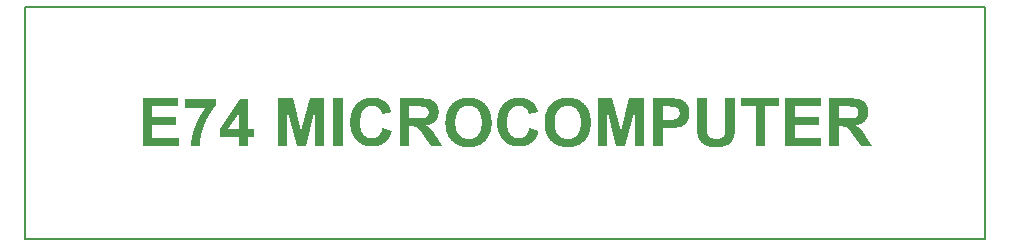
<source format=gbr>
%TF.GenerationSoftware,KiCad,Pcbnew,7.0.1*%
%TF.CreationDate,2023-09-10T19:43:46+01:00*%
%TF.ProjectId,Bridge,42726964-6765-42e6-9b69-6361645f7063,rev?*%
%TF.SameCoordinates,Original*%
%TF.FileFunction,Legend,Top*%
%TF.FilePolarity,Positive*%
%FSLAX46Y46*%
G04 Gerber Fmt 4.6, Leading zero omitted, Abs format (unit mm)*
G04 Created by KiCad (PCBNEW 7.0.1) date 2023-09-10 19:43:46*
%MOMM*%
%LPD*%
G01*
G04 APERTURE LIST*
%ADD10C,0.150000*%
%ADD11C,0.800000*%
%ADD12R,1.700000X1.700000*%
%ADD13O,1.700000X1.700000*%
G04 APERTURE END LIST*
D10*
X63500000Y-41910000D02*
X144780000Y-41910000D01*
X144780000Y-61595000D01*
X63500000Y-61595000D01*
X63500000Y-41910000D01*
D11*
G36*
X73454306Y-53730000D02*
G01*
X73454306Y-49665799D01*
X76440907Y-49665799D01*
X76440907Y-50353586D01*
X74268123Y-50353586D01*
X74268123Y-51228953D01*
X76290453Y-51228953D01*
X76290453Y-51916741D01*
X74268123Y-51916741D01*
X74268123Y-53042212D01*
X76518088Y-53042212D01*
X76518088Y-53730000D01*
X73454306Y-53730000D01*
G37*
G36*
X77016343Y-50478639D02*
G01*
X77016343Y-49728325D01*
X79657097Y-49728325D01*
X79657097Y-50291060D01*
X79616144Y-50332707D01*
X79575108Y-50376560D01*
X79533987Y-50422619D01*
X79492782Y-50470884D01*
X79451494Y-50521355D01*
X79410122Y-50574031D01*
X79368665Y-50628913D01*
X79327125Y-50686001D01*
X79285500Y-50745295D01*
X79243792Y-50806794D01*
X79202000Y-50870500D01*
X79160124Y-50936411D01*
X79139154Y-50970194D01*
X79118164Y-51004528D01*
X79097152Y-51039414D01*
X79076119Y-51074851D01*
X79055066Y-51110839D01*
X79033991Y-51147379D01*
X79012896Y-51184471D01*
X78991779Y-51222114D01*
X78970809Y-51260047D01*
X78950151Y-51298131D01*
X78929807Y-51336365D01*
X78909775Y-51374750D01*
X78890056Y-51413286D01*
X78870650Y-51451973D01*
X78851557Y-51490811D01*
X78832777Y-51529799D01*
X78814310Y-51568938D01*
X78796156Y-51608228D01*
X78778315Y-51647668D01*
X78760787Y-51687259D01*
X78743571Y-51727001D01*
X78726669Y-51766894D01*
X78710080Y-51806937D01*
X78693803Y-51847131D01*
X78677840Y-51887476D01*
X78662189Y-51927972D01*
X78646851Y-51968618D01*
X78631826Y-52009415D01*
X78617115Y-52050363D01*
X78602716Y-52091462D01*
X78588630Y-52132711D01*
X78574857Y-52174112D01*
X78561397Y-52215662D01*
X78548250Y-52257364D01*
X78535415Y-52299216D01*
X78522894Y-52341219D01*
X78510686Y-52383373D01*
X78498790Y-52425678D01*
X78487208Y-52468133D01*
X78475938Y-52510739D01*
X78465062Y-52553218D01*
X78454537Y-52595415D01*
X78444362Y-52637330D01*
X78434539Y-52678961D01*
X78425067Y-52720311D01*
X78415946Y-52761378D01*
X78407176Y-52802163D01*
X78398758Y-52842665D01*
X78390690Y-52882885D01*
X78382974Y-52922823D01*
X78375608Y-52962478D01*
X78368594Y-53001851D01*
X78361930Y-53040941D01*
X78355618Y-53079749D01*
X78344047Y-53156517D01*
X78333881Y-53232156D01*
X78325118Y-53306666D01*
X78317761Y-53380045D01*
X78311807Y-53452295D01*
X78307258Y-53523416D01*
X78304114Y-53593407D01*
X78302373Y-53662268D01*
X78302038Y-53730000D01*
X77557585Y-53730000D01*
X77559105Y-53677822D01*
X77561222Y-53625582D01*
X77563937Y-53573279D01*
X77567248Y-53520912D01*
X77571157Y-53468483D01*
X77575663Y-53415991D01*
X77580766Y-53363436D01*
X77586467Y-53310818D01*
X77592765Y-53258137D01*
X77599660Y-53205393D01*
X77607152Y-53152586D01*
X77615242Y-53099716D01*
X77623929Y-53046783D01*
X77633213Y-52993787D01*
X77643094Y-52940728D01*
X77653573Y-52887606D01*
X77664649Y-52834421D01*
X77676322Y-52781173D01*
X77688592Y-52727863D01*
X77701460Y-52674489D01*
X77714924Y-52621052D01*
X77728987Y-52567552D01*
X77743646Y-52513990D01*
X77758903Y-52460364D01*
X77774756Y-52406676D01*
X77791207Y-52352924D01*
X77808256Y-52299109D01*
X77825901Y-52245232D01*
X77844144Y-52191292D01*
X77862984Y-52137288D01*
X77882422Y-52083222D01*
X77902456Y-52029092D01*
X77923003Y-51975051D01*
X77943978Y-51921370D01*
X77965379Y-51868049D01*
X77987209Y-51815090D01*
X78009465Y-51762491D01*
X78032149Y-51710252D01*
X78055261Y-51658375D01*
X78078800Y-51606857D01*
X78102766Y-51555701D01*
X78127160Y-51504905D01*
X78151981Y-51454470D01*
X78177229Y-51404395D01*
X78202905Y-51354682D01*
X78229009Y-51305328D01*
X78255540Y-51256336D01*
X78282498Y-51207704D01*
X78309884Y-51159432D01*
X78337697Y-51111522D01*
X78365938Y-51063971D01*
X78394606Y-51016782D01*
X78423701Y-50969953D01*
X78453224Y-50923485D01*
X78483174Y-50877378D01*
X78513552Y-50831631D01*
X78544357Y-50786244D01*
X78575590Y-50741219D01*
X78607250Y-50696554D01*
X78639337Y-50652250D01*
X78671852Y-50608306D01*
X78704794Y-50564723D01*
X78738164Y-50521500D01*
X78771961Y-50478639D01*
X77016343Y-50478639D01*
G37*
G36*
X82391640Y-52229371D02*
G01*
X82891849Y-52229371D01*
X82891849Y-52917159D01*
X82391640Y-52917159D01*
X82391640Y-53730000D01*
X81644257Y-53730000D01*
X81644257Y-52917159D01*
X79996106Y-52917159D01*
X79996106Y-52232302D01*
X79998152Y-52229371D01*
X80719065Y-52229371D01*
X81644257Y-52229371D01*
X81644257Y-50904598D01*
X80719065Y-52229371D01*
X79998152Y-52229371D01*
X81743908Y-49728325D01*
X82391640Y-49728325D01*
X82391640Y-52229371D01*
G37*
G36*
X84960098Y-53730000D02*
G01*
X84960098Y-49665799D01*
X86177404Y-49665799D01*
X86908179Y-52438443D01*
X87631137Y-49665799D01*
X88850398Y-49665799D01*
X88850398Y-53730000D01*
X88095199Y-53730000D01*
X88095199Y-50530418D01*
X87295059Y-53730000D01*
X86512505Y-53730000D01*
X85715296Y-50530418D01*
X85715296Y-53730000D01*
X84960098Y-53730000D01*
G37*
G36*
X89608527Y-53730000D02*
G01*
X89608527Y-49665799D01*
X90421368Y-49665799D01*
X90421368Y-53730000D01*
X89608527Y-53730000D01*
G37*
G36*
X93765541Y-52166845D02*
G01*
X94553957Y-52416950D01*
X94542365Y-52458258D01*
X94530303Y-52498897D01*
X94517772Y-52538866D01*
X94504772Y-52578165D01*
X94491303Y-52616795D01*
X94477364Y-52654755D01*
X94462955Y-52692045D01*
X94448077Y-52728665D01*
X94432730Y-52764615D01*
X94400627Y-52834507D01*
X94366647Y-52901720D01*
X94330789Y-52966253D01*
X94293054Y-53028108D01*
X94253441Y-53087283D01*
X94211950Y-53143779D01*
X94168581Y-53197597D01*
X94123335Y-53248735D01*
X94076212Y-53297194D01*
X94027211Y-53342975D01*
X93976332Y-53386076D01*
X93950188Y-53406622D01*
X93896665Y-53445781D01*
X93841363Y-53482414D01*
X93784283Y-53516520D01*
X93725424Y-53548100D01*
X93664787Y-53577153D01*
X93602371Y-53603680D01*
X93538177Y-53627681D01*
X93472205Y-53649155D01*
X93404454Y-53668103D01*
X93334925Y-53684525D01*
X93263618Y-53698420D01*
X93190532Y-53709788D01*
X93115668Y-53718631D01*
X93039025Y-53724947D01*
X92960604Y-53728736D01*
X92920727Y-53729684D01*
X92880405Y-53730000D01*
X92830552Y-53729469D01*
X92781257Y-53727878D01*
X92732519Y-53725225D01*
X92684339Y-53721512D01*
X92636715Y-53716738D01*
X92589649Y-53710903D01*
X92543140Y-53704007D01*
X92497188Y-53696050D01*
X92451793Y-53687032D01*
X92406955Y-53676953D01*
X92362675Y-53665813D01*
X92318951Y-53653613D01*
X92275785Y-53640351D01*
X92233176Y-53626028D01*
X92191125Y-53610645D01*
X92149630Y-53594200D01*
X92108693Y-53576695D01*
X92068312Y-53558129D01*
X92028489Y-53538502D01*
X91989224Y-53517814D01*
X91950515Y-53496064D01*
X91912363Y-53473254D01*
X91874769Y-53449384D01*
X91837732Y-53424452D01*
X91801252Y-53398459D01*
X91765329Y-53371405D01*
X91729964Y-53343291D01*
X91695155Y-53314115D01*
X91660904Y-53283878D01*
X91627210Y-53252581D01*
X91594073Y-53220223D01*
X91561493Y-53186803D01*
X91529757Y-53152464D01*
X91499028Y-53117347D01*
X91469307Y-53081451D01*
X91440593Y-53044776D01*
X91412887Y-53007323D01*
X91386188Y-52969091D01*
X91360497Y-52930081D01*
X91335813Y-52890293D01*
X91312137Y-52849725D01*
X91289468Y-52808380D01*
X91267806Y-52766255D01*
X91247153Y-52723353D01*
X91227506Y-52679671D01*
X91208868Y-52635211D01*
X91191236Y-52589973D01*
X91174613Y-52543956D01*
X91158996Y-52497161D01*
X91144388Y-52449587D01*
X91130786Y-52401234D01*
X91118192Y-52352103D01*
X91106606Y-52302194D01*
X91096027Y-52251506D01*
X91086456Y-52200039D01*
X91077892Y-52147794D01*
X91070336Y-52094771D01*
X91063787Y-52040969D01*
X91058246Y-51986388D01*
X91053712Y-51931029D01*
X91050186Y-51874891D01*
X91047667Y-51817975D01*
X91046156Y-51760280D01*
X91045652Y-51701807D01*
X91046159Y-51639960D01*
X91047679Y-51578983D01*
X91050212Y-51518877D01*
X91053758Y-51459640D01*
X91058318Y-51401274D01*
X91063890Y-51343777D01*
X91070476Y-51287151D01*
X91078076Y-51231395D01*
X91086688Y-51176509D01*
X91096314Y-51122493D01*
X91106953Y-51069348D01*
X91118605Y-51017072D01*
X91131270Y-50965667D01*
X91144949Y-50915131D01*
X91159640Y-50865466D01*
X91175345Y-50816671D01*
X91192064Y-50768746D01*
X91209795Y-50721691D01*
X91228540Y-50675506D01*
X91248298Y-50630191D01*
X91269069Y-50585747D01*
X91290853Y-50542172D01*
X91313651Y-50499468D01*
X91337461Y-50457634D01*
X91362286Y-50416670D01*
X91388123Y-50376576D01*
X91414973Y-50337352D01*
X91442837Y-50298998D01*
X91471714Y-50261514D01*
X91501604Y-50224901D01*
X91532508Y-50189158D01*
X91564424Y-50154284D01*
X91597227Y-50120384D01*
X91630667Y-50087560D01*
X91664745Y-50055812D01*
X91699460Y-50025141D01*
X91734812Y-49995545D01*
X91770802Y-49967026D01*
X91807429Y-49939583D01*
X91844693Y-49913217D01*
X91882594Y-49887926D01*
X91921133Y-49863712D01*
X91960309Y-49840573D01*
X92000123Y-49818511D01*
X92040574Y-49797526D01*
X92081662Y-49777616D01*
X92123387Y-49758783D01*
X92165750Y-49741025D01*
X92208750Y-49724344D01*
X92252388Y-49708739D01*
X92296662Y-49694211D01*
X92341574Y-49680758D01*
X92387124Y-49668382D01*
X92433310Y-49657082D01*
X92480134Y-49646858D01*
X92527596Y-49637711D01*
X92575694Y-49629639D01*
X92624430Y-49622644D01*
X92673804Y-49616725D01*
X92723814Y-49611882D01*
X92774462Y-49608115D01*
X92825748Y-49605425D01*
X92877670Y-49603810D01*
X92930230Y-49603272D01*
X92976181Y-49603725D01*
X93021588Y-49605081D01*
X93066452Y-49607342D01*
X93110771Y-49610508D01*
X93154547Y-49614578D01*
X93197779Y-49619553D01*
X93240467Y-49625432D01*
X93282612Y-49632215D01*
X93324212Y-49639903D01*
X93365269Y-49648495D01*
X93405781Y-49657992D01*
X93445750Y-49668394D01*
X93485176Y-49679699D01*
X93524057Y-49691910D01*
X93562395Y-49705024D01*
X93600188Y-49719043D01*
X93637438Y-49733967D01*
X93674144Y-49749795D01*
X93710306Y-49766528D01*
X93745925Y-49784165D01*
X93781000Y-49802706D01*
X93815530Y-49822152D01*
X93849517Y-49842502D01*
X93882960Y-49863757D01*
X93915860Y-49885917D01*
X93948215Y-49908980D01*
X93980027Y-49932949D01*
X94011295Y-49957821D01*
X94042019Y-49983599D01*
X94072199Y-50010280D01*
X94101835Y-50037866D01*
X94130928Y-50066357D01*
X94164710Y-50101604D01*
X94197423Y-50138714D01*
X94229068Y-50177686D01*
X94259644Y-50218520D01*
X94289152Y-50261217D01*
X94317591Y-50305776D01*
X94344961Y-50352197D01*
X94371263Y-50400481D01*
X94396496Y-50450627D01*
X94420661Y-50502636D01*
X94443757Y-50556506D01*
X94465785Y-50612240D01*
X94486744Y-50669835D01*
X94506635Y-50729293D01*
X94525457Y-50790613D01*
X94543210Y-50853796D01*
X93738185Y-50978848D01*
X93728664Y-50939559D01*
X93717929Y-50901316D01*
X93699550Y-50845912D01*
X93678441Y-50792861D01*
X93654602Y-50742162D01*
X93628032Y-50693817D01*
X93598731Y-50647824D01*
X93566700Y-50604183D01*
X93531939Y-50562896D01*
X93494446Y-50523961D01*
X93454224Y-50487379D01*
X93440209Y-50475708D01*
X93396852Y-50442709D01*
X93351778Y-50412956D01*
X93304986Y-50386449D01*
X93256478Y-50363188D01*
X93206251Y-50343173D01*
X93154308Y-50326403D01*
X93100647Y-50312879D01*
X93045269Y-50302601D01*
X92988173Y-50295568D01*
X92949155Y-50292683D01*
X92909374Y-50291241D01*
X92889197Y-50291060D01*
X92833922Y-50292304D01*
X92779960Y-50296037D01*
X92727310Y-50302257D01*
X92675973Y-50310966D01*
X92625949Y-50322163D01*
X92577238Y-50335848D01*
X92529840Y-50352022D01*
X92483754Y-50370683D01*
X92438981Y-50391833D01*
X92395521Y-50415471D01*
X92353374Y-50441598D01*
X92312540Y-50470212D01*
X92273018Y-50501315D01*
X92234810Y-50534906D01*
X92197914Y-50570985D01*
X92162331Y-50609553D01*
X92128614Y-50650910D01*
X92097072Y-50695358D01*
X92067706Y-50742898D01*
X92040515Y-50793529D01*
X92015499Y-50847251D01*
X91992658Y-50904064D01*
X91971993Y-50963968D01*
X91953503Y-51026964D01*
X91937188Y-51093051D01*
X91923049Y-51162229D01*
X91911085Y-51234498D01*
X91901296Y-51309858D01*
X91893683Y-51388310D01*
X91890692Y-51428695D01*
X91888244Y-51469853D01*
X91886341Y-51511783D01*
X91884981Y-51554486D01*
X91884166Y-51597963D01*
X91883894Y-51642212D01*
X91884162Y-51689108D01*
X91884966Y-51735154D01*
X91886307Y-51780348D01*
X91888183Y-51824692D01*
X91890596Y-51868184D01*
X91893545Y-51910825D01*
X91897030Y-51952616D01*
X91901052Y-51993555D01*
X91905609Y-52033643D01*
X91910703Y-52072880D01*
X91922499Y-52148802D01*
X91936440Y-52221319D01*
X91952526Y-52290432D01*
X91970756Y-52356141D01*
X91991132Y-52418446D01*
X92013652Y-52477347D01*
X92038316Y-52532843D01*
X92065126Y-52584936D01*
X92094080Y-52633624D01*
X92125179Y-52678908D01*
X92158423Y-52720788D01*
X92193384Y-52759710D01*
X92229635Y-52796122D01*
X92267176Y-52830022D01*
X92306006Y-52861411D01*
X92346127Y-52890289D01*
X92387538Y-52916656D01*
X92430238Y-52940511D01*
X92474229Y-52961856D01*
X92519509Y-52980689D01*
X92566079Y-52997011D01*
X92613939Y-53010823D01*
X92663090Y-53022123D01*
X92713529Y-53030912D01*
X92765259Y-53037189D01*
X92818279Y-53040956D01*
X92872589Y-53042212D01*
X92912778Y-53041387D01*
X92952258Y-53038914D01*
X93010146Y-53032114D01*
X93066438Y-53021604D01*
X93121132Y-53007384D01*
X93174229Y-52989455D01*
X93225729Y-52967817D01*
X93275632Y-52942469D01*
X93323937Y-52913412D01*
X93370646Y-52880645D01*
X93415757Y-52844169D01*
X93430439Y-52831186D01*
X93459111Y-52803861D01*
X93486753Y-52774644D01*
X93513364Y-52743533D01*
X93538944Y-52710530D01*
X93563495Y-52675634D01*
X93587014Y-52638845D01*
X93609504Y-52600163D01*
X93630963Y-52559588D01*
X93651391Y-52517120D01*
X93670790Y-52472759D01*
X93689158Y-52426506D01*
X93706495Y-52378360D01*
X93722802Y-52328320D01*
X93738079Y-52276388D01*
X93752325Y-52222563D01*
X93765541Y-52166845D01*
G37*
G36*
X96983644Y-49665905D02*
G01*
X97022969Y-49666226D01*
X97099547Y-49667508D01*
X97173362Y-49669645D01*
X97244414Y-49672637D01*
X97312702Y-49676484D01*
X97378228Y-49681186D01*
X97440991Y-49686742D01*
X97500991Y-49693154D01*
X97558228Y-49700420D01*
X97612701Y-49708541D01*
X97664412Y-49717517D01*
X97713360Y-49727348D01*
X97759545Y-49738033D01*
X97802967Y-49749574D01*
X97843625Y-49761969D01*
X97881521Y-49775219D01*
X97935445Y-49797238D01*
X97987309Y-49822263D01*
X98037111Y-49850293D01*
X98084853Y-49881328D01*
X98130534Y-49915368D01*
X98174155Y-49952414D01*
X98215714Y-49992465D01*
X98255213Y-50035521D01*
X98280400Y-50065895D01*
X98304672Y-50097605D01*
X98328028Y-50130650D01*
X98350467Y-50165031D01*
X98371762Y-50200397D01*
X98391683Y-50236396D01*
X98410231Y-50273028D01*
X98427404Y-50310294D01*
X98443203Y-50348194D01*
X98457629Y-50386727D01*
X98470681Y-50425894D01*
X98482359Y-50465694D01*
X98492663Y-50506127D01*
X98501593Y-50547195D01*
X98509149Y-50588895D01*
X98515331Y-50631229D01*
X98520140Y-50674197D01*
X98523575Y-50717798D01*
X98525635Y-50762033D01*
X98526322Y-50806901D01*
X98525280Y-50863550D01*
X98522155Y-50918948D01*
X98516946Y-50973093D01*
X98509653Y-51025987D01*
X98500276Y-51077629D01*
X98488816Y-51128019D01*
X98475272Y-51177158D01*
X98459644Y-51225045D01*
X98441933Y-51271680D01*
X98422137Y-51317063D01*
X98400259Y-51361195D01*
X98376296Y-51404075D01*
X98350250Y-51445703D01*
X98322120Y-51486079D01*
X98291906Y-51525204D01*
X98259609Y-51563077D01*
X98225358Y-51599465D01*
X98189038Y-51634136D01*
X98150650Y-51667090D01*
X98110194Y-51698326D01*
X98067669Y-51727845D01*
X98023075Y-51755647D01*
X97976413Y-51781732D01*
X97927683Y-51806099D01*
X97876884Y-51828748D01*
X97824017Y-51849681D01*
X97769082Y-51868896D01*
X97712078Y-51886393D01*
X97653005Y-51902174D01*
X97591864Y-51916237D01*
X97528655Y-51928583D01*
X97463377Y-51939211D01*
X97512021Y-51968603D01*
X97559033Y-51998528D01*
X97604413Y-52028985D01*
X97648162Y-52059974D01*
X97690280Y-52091495D01*
X97730766Y-52123549D01*
X97769621Y-52156136D01*
X97806844Y-52189255D01*
X97842436Y-52222906D01*
X97876396Y-52257089D01*
X97898130Y-52280174D01*
X97931417Y-52317337D01*
X97966800Y-52359583D01*
X97991553Y-52390572D01*
X98017236Y-52423819D01*
X98043851Y-52459326D01*
X98071397Y-52497092D01*
X98099874Y-52537117D01*
X98129283Y-52579402D01*
X98159622Y-52623946D01*
X98190893Y-52670749D01*
X98223095Y-52719811D01*
X98256228Y-52771133D01*
X98290292Y-52824713D01*
X98325287Y-52880553D01*
X98361214Y-52938653D01*
X98853608Y-53730000D01*
X97880544Y-53730000D01*
X97292407Y-52836071D01*
X97253981Y-52779525D01*
X97217104Y-52725658D01*
X97181777Y-52674470D01*
X97147999Y-52625961D01*
X97115770Y-52580131D01*
X97085091Y-52536980D01*
X97055961Y-52496508D01*
X97028381Y-52458715D01*
X97002350Y-52423602D01*
X96977868Y-52391167D01*
X96944051Y-52347538D01*
X96913720Y-52309937D01*
X96886876Y-52278364D01*
X96863517Y-52252819D01*
X96834483Y-52223723D01*
X96805021Y-52197009D01*
X96767592Y-52166965D01*
X96729496Y-52140643D01*
X96690732Y-52118041D01*
X96651300Y-52099159D01*
X96619274Y-52086734D01*
X96575277Y-52073787D01*
X96534756Y-52065009D01*
X96489502Y-52057636D01*
X96439516Y-52051668D01*
X96398921Y-52048113D01*
X96355665Y-52045348D01*
X96309746Y-52043373D01*
X96261165Y-52042188D01*
X96209923Y-52041793D01*
X96044815Y-52041793D01*
X96044815Y-53730000D01*
X95231975Y-53730000D01*
X95231975Y-50353586D01*
X96044815Y-50353586D01*
X96044815Y-51354005D01*
X96646629Y-51354005D01*
X96718063Y-51353818D01*
X96786061Y-51353257D01*
X96850626Y-51352322D01*
X96911755Y-51351013D01*
X96969450Y-51349330D01*
X97023710Y-51347273D01*
X97074535Y-51344842D01*
X97121926Y-51342037D01*
X97165882Y-51338858D01*
X97206403Y-51335305D01*
X97260746Y-51329275D01*
X97307360Y-51322402D01*
X97346246Y-51314689D01*
X97377404Y-51306133D01*
X97421344Y-51289175D01*
X97462183Y-51268829D01*
X97499921Y-51245097D01*
X97534559Y-51217977D01*
X97566096Y-51187471D01*
X97594532Y-51153577D01*
X97605038Y-51139071D01*
X97628962Y-51100675D01*
X97648830Y-51059368D01*
X97664644Y-51015152D01*
X97676403Y-50968025D01*
X97682891Y-50928229D01*
X97686783Y-50886570D01*
X97688081Y-50843049D01*
X97686386Y-50794429D01*
X97681303Y-50748222D01*
X97672831Y-50704426D01*
X97660970Y-50663042D01*
X97645720Y-50624070D01*
X97627081Y-50587510D01*
X97605054Y-50553362D01*
X97579637Y-50521625D01*
X97551122Y-50492500D01*
X97519797Y-50466182D01*
X97485665Y-50442674D01*
X97448723Y-50421974D01*
X97408972Y-50404084D01*
X97366413Y-50389002D01*
X97321045Y-50376728D01*
X97272868Y-50367264D01*
X97232372Y-50363324D01*
X97186065Y-50360652D01*
X97143221Y-50358929D01*
X97093421Y-50357447D01*
X97036666Y-50356204D01*
X96994965Y-50355510D01*
X96950174Y-50354922D01*
X96902291Y-50354441D01*
X96851316Y-50354067D01*
X96797251Y-50353800D01*
X96740094Y-50353640D01*
X96679846Y-50353586D01*
X96044815Y-50353586D01*
X95231975Y-50353586D01*
X95231975Y-49665799D01*
X96943629Y-49665799D01*
X96983644Y-49665905D01*
G37*
G36*
X101108109Y-49603815D02*
G01*
X101162752Y-49605444D01*
X101216698Y-49608158D01*
X101269948Y-49611958D01*
X101322501Y-49616844D01*
X101374358Y-49622816D01*
X101425518Y-49629873D01*
X101475982Y-49638016D01*
X101525749Y-49647245D01*
X101574820Y-49657559D01*
X101623195Y-49668959D01*
X101670873Y-49681445D01*
X101717854Y-49695017D01*
X101764139Y-49709674D01*
X101809728Y-49725418D01*
X101854620Y-49742247D01*
X101898815Y-49760161D01*
X101942314Y-49779162D01*
X101985117Y-49799248D01*
X102027223Y-49820420D01*
X102068633Y-49842677D01*
X102109346Y-49866020D01*
X102149362Y-49890449D01*
X102188683Y-49915964D01*
X102227306Y-49942565D01*
X102265234Y-49970251D01*
X102302465Y-49999023D01*
X102338999Y-50028881D01*
X102374837Y-50059824D01*
X102409978Y-50091853D01*
X102444423Y-50124968D01*
X102478172Y-50159169D01*
X102511050Y-50194276D01*
X102542884Y-50230232D01*
X102573675Y-50267038D01*
X102603422Y-50304692D01*
X102632126Y-50343196D01*
X102659785Y-50382548D01*
X102686401Y-50422750D01*
X102711973Y-50463801D01*
X102736501Y-50505701D01*
X102759986Y-50548450D01*
X102782427Y-50592048D01*
X102803824Y-50636496D01*
X102824177Y-50681792D01*
X102843486Y-50727938D01*
X102861752Y-50774933D01*
X102878974Y-50822777D01*
X102895152Y-50871470D01*
X102910287Y-50921012D01*
X102924377Y-50971403D01*
X102937424Y-51022644D01*
X102949428Y-51074733D01*
X102960387Y-51127672D01*
X102970303Y-51181460D01*
X102979175Y-51236097D01*
X102987003Y-51291583D01*
X102993787Y-51347918D01*
X102999528Y-51405102D01*
X103004225Y-51463136D01*
X103007878Y-51522018D01*
X103010487Y-51581750D01*
X103012053Y-51642331D01*
X103012575Y-51703761D01*
X103012057Y-51764649D01*
X103010503Y-51824703D01*
X103007912Y-51883923D01*
X103004286Y-51942310D01*
X102999623Y-51999862D01*
X102993925Y-52056581D01*
X102987190Y-52112466D01*
X102979419Y-52167517D01*
X102970612Y-52221734D01*
X102960769Y-52275117D01*
X102949889Y-52327667D01*
X102937974Y-52379382D01*
X102925022Y-52430264D01*
X102911035Y-52480312D01*
X102896011Y-52529526D01*
X102879951Y-52577906D01*
X102862855Y-52625452D01*
X102844723Y-52672165D01*
X102825555Y-52718043D01*
X102805350Y-52763088D01*
X102784110Y-52807299D01*
X102761833Y-52850676D01*
X102738520Y-52893219D01*
X102714171Y-52934928D01*
X102688786Y-52975803D01*
X102662365Y-53015845D01*
X102634908Y-53055053D01*
X102606414Y-53093426D01*
X102576885Y-53130966D01*
X102546319Y-53167672D01*
X102514717Y-53203545D01*
X102482079Y-53238583D01*
X102448575Y-53272663D01*
X102414375Y-53305662D01*
X102379477Y-53337579D01*
X102343884Y-53368413D01*
X102307594Y-53398166D01*
X102270607Y-53426837D01*
X102232924Y-53454426D01*
X102194545Y-53480933D01*
X102155469Y-53506358D01*
X102115696Y-53530701D01*
X102075227Y-53553962D01*
X102034062Y-53576142D01*
X101992200Y-53597239D01*
X101949641Y-53617255D01*
X101906387Y-53636188D01*
X101862435Y-53654040D01*
X101817788Y-53670810D01*
X101772443Y-53686498D01*
X101726403Y-53701103D01*
X101679665Y-53714627D01*
X101632232Y-53727070D01*
X101584102Y-53738430D01*
X101535275Y-53748708D01*
X101485752Y-53757904D01*
X101435532Y-53766019D01*
X101384616Y-53773051D01*
X101333004Y-53779002D01*
X101280695Y-53783870D01*
X101227689Y-53787657D01*
X101173987Y-53790362D01*
X101119589Y-53791985D01*
X101064494Y-53792526D01*
X101008678Y-53791988D01*
X100953581Y-53790373D01*
X100899204Y-53787683D01*
X100845545Y-53783916D01*
X100792607Y-53779073D01*
X100740387Y-53773154D01*
X100688888Y-53766159D01*
X100638107Y-53758087D01*
X100588046Y-53748940D01*
X100538704Y-53738716D01*
X100490082Y-53727416D01*
X100442178Y-53715040D01*
X100394995Y-53701587D01*
X100348530Y-53687059D01*
X100302785Y-53671454D01*
X100257760Y-53654773D01*
X100213454Y-53637015D01*
X100169867Y-53618182D01*
X100126999Y-53598272D01*
X100084851Y-53577287D01*
X100043422Y-53555225D01*
X100002713Y-53532086D01*
X99962723Y-53507872D01*
X99923452Y-53482581D01*
X99884901Y-53456215D01*
X99847069Y-53428772D01*
X99809957Y-53400253D01*
X99773564Y-53370657D01*
X99737890Y-53339986D01*
X99702935Y-53308238D01*
X99668700Y-53275414D01*
X99635185Y-53241514D01*
X99602547Y-53206609D01*
X99570945Y-53170893D01*
X99540379Y-53134367D01*
X99510850Y-53097029D01*
X99482357Y-53058880D01*
X99454899Y-53019921D01*
X99428478Y-52980150D01*
X99403093Y-52939569D01*
X99378744Y-52898176D01*
X99355431Y-52855973D01*
X99333155Y-52812958D01*
X99311914Y-52769133D01*
X99291710Y-52724497D01*
X99272541Y-52679049D01*
X99254409Y-52632791D01*
X99237313Y-52585722D01*
X99221253Y-52537842D01*
X99206229Y-52489150D01*
X99192242Y-52439648D01*
X99179290Y-52389335D01*
X99167375Y-52338211D01*
X99156496Y-52286276D01*
X99146652Y-52233530D01*
X99137845Y-52179973D01*
X99130074Y-52125605D01*
X99123340Y-52070427D01*
X99117641Y-52014437D01*
X99112978Y-51957636D01*
X99109352Y-51900024D01*
X99106762Y-51841602D01*
X99105207Y-51782368D01*
X99104689Y-51722323D01*
X99104946Y-51694968D01*
X99942931Y-51694968D01*
X99943239Y-51737994D01*
X99944163Y-51780365D01*
X99945704Y-51822082D01*
X99947861Y-51863145D01*
X99950635Y-51903552D01*
X99954025Y-51943306D01*
X99958031Y-51982405D01*
X99967892Y-52058639D01*
X99980219Y-52132255D01*
X99995011Y-52203254D01*
X100012268Y-52271634D01*
X100031991Y-52337396D01*
X100054179Y-52400541D01*
X100078832Y-52461067D01*
X100105950Y-52518976D01*
X100135534Y-52574266D01*
X100167584Y-52626939D01*
X100202098Y-52676993D01*
X100239078Y-52724430D01*
X100258493Y-52747166D01*
X100298724Y-52790466D01*
X100340283Y-52830972D01*
X100383171Y-52868685D01*
X100427386Y-52903604D01*
X100472930Y-52935729D01*
X100519802Y-52965061D01*
X100568002Y-52991600D01*
X100617530Y-53015345D01*
X100668385Y-53036296D01*
X100720569Y-53054454D01*
X100774082Y-53069819D01*
X100828922Y-53082390D01*
X100885090Y-53092167D01*
X100942586Y-53099151D01*
X101001411Y-53103341D01*
X101061563Y-53104738D01*
X101121696Y-53103352D01*
X101180463Y-53099197D01*
X101237864Y-53092270D01*
X101293899Y-53082573D01*
X101348567Y-53070105D01*
X101401870Y-53054866D01*
X101453806Y-53036857D01*
X101504375Y-53016078D01*
X101553579Y-52992527D01*
X101601416Y-52966206D01*
X101647887Y-52937115D01*
X101692992Y-52905252D01*
X101736730Y-52870620D01*
X101779103Y-52833216D01*
X101820109Y-52793042D01*
X101859749Y-52750097D01*
X101897488Y-52704260D01*
X101932793Y-52655652D01*
X101965662Y-52604273D01*
X101996097Y-52550123D01*
X102024097Y-52493203D01*
X102049663Y-52433513D01*
X102072793Y-52371051D01*
X102093489Y-52305819D01*
X102111750Y-52237817D01*
X102127576Y-52167044D01*
X102140968Y-52093500D01*
X102151924Y-52017185D01*
X102156489Y-51977989D01*
X102160446Y-51938100D01*
X102163794Y-51897519D01*
X102166533Y-51856245D01*
X102168663Y-51814278D01*
X102170185Y-51771618D01*
X102171098Y-51728266D01*
X102171403Y-51684221D01*
X102171106Y-51640668D01*
X102170216Y-51597813D01*
X102168732Y-51555656D01*
X102166655Y-51514198D01*
X102163985Y-51473438D01*
X102160721Y-51433376D01*
X102156863Y-51394013D01*
X102147368Y-51317382D01*
X102135500Y-51243544D01*
X102121257Y-51172500D01*
X102104641Y-51104250D01*
X102085651Y-51038793D01*
X102064288Y-50976129D01*
X102040550Y-50916259D01*
X102014439Y-50859182D01*
X101985954Y-50804899D01*
X101955096Y-50753410D01*
X101921864Y-50704714D01*
X101886258Y-50658812D01*
X101867564Y-50636908D01*
X101828810Y-50595028D01*
X101788506Y-50555850D01*
X101746653Y-50519374D01*
X101703250Y-50485600D01*
X101658298Y-50454527D01*
X101611796Y-50426157D01*
X101563745Y-50400489D01*
X101514145Y-50377522D01*
X101462995Y-50357258D01*
X101410296Y-50339695D01*
X101356047Y-50324834D01*
X101300249Y-50312676D01*
X101242902Y-50303219D01*
X101184005Y-50296464D01*
X101123559Y-50292411D01*
X101061563Y-50291060D01*
X100999434Y-50292426D01*
X100938831Y-50296525D01*
X100879755Y-50303356D01*
X100822205Y-50312920D01*
X100766182Y-50325216D01*
X100711685Y-50340245D01*
X100658715Y-50358006D01*
X100607271Y-50378499D01*
X100557354Y-50401725D01*
X100508964Y-50427684D01*
X100462099Y-50456374D01*
X100416762Y-50487798D01*
X100372951Y-50521954D01*
X100330666Y-50558842D01*
X100289908Y-50598463D01*
X100250677Y-50640816D01*
X100213411Y-50685921D01*
X100178549Y-50733796D01*
X100146091Y-50784442D01*
X100116038Y-50837859D01*
X100088389Y-50894046D01*
X100063144Y-50953004D01*
X100040304Y-51014733D01*
X100019867Y-51079232D01*
X100001835Y-51146502D01*
X99986208Y-51216542D01*
X99972984Y-51289353D01*
X99962165Y-51364935D01*
X99957657Y-51403765D01*
X99953750Y-51443287D01*
X99950444Y-51483502D01*
X99947739Y-51524410D01*
X99945636Y-51566011D01*
X99944133Y-51608304D01*
X99943231Y-51651290D01*
X99942931Y-51694968D01*
X99104946Y-51694968D01*
X99105407Y-51645795D01*
X99107559Y-51570816D01*
X99111146Y-51497387D01*
X99116169Y-51425507D01*
X99122626Y-51355177D01*
X99130518Y-51286396D01*
X99139845Y-51219164D01*
X99150607Y-51153482D01*
X99162804Y-51089349D01*
X99176436Y-51026765D01*
X99191502Y-50965731D01*
X99208004Y-50906247D01*
X99225941Y-50848312D01*
X99245312Y-50791926D01*
X99266119Y-50737090D01*
X99288360Y-50683803D01*
X99305968Y-50645342D01*
X99324355Y-50607385D01*
X99343521Y-50569932D01*
X99363465Y-50532983D01*
X99384187Y-50496537D01*
X99405688Y-50460595D01*
X99427968Y-50425157D01*
X99451026Y-50390223D01*
X99474862Y-50355792D01*
X99499477Y-50321865D01*
X99524871Y-50288442D01*
X99551043Y-50255523D01*
X99577994Y-50223107D01*
X99605723Y-50191195D01*
X99634231Y-50159787D01*
X99663517Y-50128883D01*
X99693486Y-50098604D01*
X99723799Y-50069318D01*
X99754455Y-50041024D01*
X99785455Y-50013722D01*
X99816798Y-49987413D01*
X99848485Y-49962096D01*
X99880515Y-49937771D01*
X99912889Y-49914438D01*
X99945606Y-49892097D01*
X99978667Y-49870749D01*
X100012071Y-49850393D01*
X100062821Y-49821719D01*
X100114343Y-49795278D01*
X100166639Y-49771069D01*
X100184243Y-49763496D01*
X100231828Y-49744094D01*
X100280306Y-49725943D01*
X100329678Y-49709045D01*
X100379942Y-49693398D01*
X100431100Y-49679003D01*
X100483150Y-49665860D01*
X100536094Y-49653968D01*
X100589930Y-49643328D01*
X100644660Y-49633940D01*
X100700282Y-49625804D01*
X100756798Y-49618919D01*
X100814206Y-49613286D01*
X100872508Y-49608905D01*
X100931702Y-49605776D01*
X100991790Y-49603898D01*
X101052770Y-49603272D01*
X101108109Y-49603815D01*
G37*
G36*
X106200433Y-52166845D02*
G01*
X106988848Y-52416950D01*
X106977256Y-52458258D01*
X106965195Y-52498897D01*
X106952664Y-52538866D01*
X106939664Y-52578165D01*
X106926194Y-52616795D01*
X106912255Y-52654755D01*
X106897847Y-52692045D01*
X106882969Y-52728665D01*
X106867622Y-52764615D01*
X106835519Y-52834507D01*
X106801539Y-52901720D01*
X106765681Y-52966253D01*
X106727946Y-53028108D01*
X106688332Y-53087283D01*
X106646842Y-53143779D01*
X106603473Y-53197597D01*
X106558227Y-53248735D01*
X106511104Y-53297194D01*
X106462102Y-53342975D01*
X106411224Y-53386076D01*
X106385080Y-53406622D01*
X106331557Y-53445781D01*
X106276255Y-53482414D01*
X106219174Y-53516520D01*
X106160316Y-53548100D01*
X106099679Y-53577153D01*
X106037263Y-53603680D01*
X105973069Y-53627681D01*
X105907097Y-53649155D01*
X105839346Y-53668103D01*
X105769817Y-53684525D01*
X105698510Y-53698420D01*
X105625424Y-53709788D01*
X105550560Y-53718631D01*
X105473917Y-53724947D01*
X105395496Y-53728736D01*
X105355618Y-53729684D01*
X105315296Y-53730000D01*
X105265444Y-53729469D01*
X105216149Y-53727878D01*
X105167411Y-53725225D01*
X105119230Y-53721512D01*
X105071607Y-53716738D01*
X105024541Y-53710903D01*
X104978031Y-53704007D01*
X104932079Y-53696050D01*
X104886685Y-53687032D01*
X104841847Y-53676953D01*
X104797566Y-53665813D01*
X104753843Y-53653613D01*
X104710677Y-53640351D01*
X104668068Y-53626028D01*
X104626016Y-53610645D01*
X104584522Y-53594200D01*
X104543584Y-53576695D01*
X104503204Y-53558129D01*
X104463381Y-53538502D01*
X104424115Y-53517814D01*
X104385407Y-53496064D01*
X104347255Y-53473254D01*
X104309661Y-53449384D01*
X104272624Y-53424452D01*
X104236144Y-53398459D01*
X104200221Y-53371405D01*
X104164855Y-53343291D01*
X104130047Y-53314115D01*
X104095796Y-53283878D01*
X104062102Y-53252581D01*
X104028965Y-53220223D01*
X103996385Y-53186803D01*
X103964649Y-53152464D01*
X103933920Y-53117347D01*
X103904199Y-53081451D01*
X103875485Y-53044776D01*
X103847779Y-53007323D01*
X103821080Y-52969091D01*
X103795388Y-52930081D01*
X103770705Y-52890293D01*
X103747028Y-52849725D01*
X103724360Y-52808380D01*
X103702698Y-52766255D01*
X103682045Y-52723353D01*
X103662398Y-52679671D01*
X103643759Y-52635211D01*
X103626128Y-52589973D01*
X103609504Y-52543956D01*
X103593888Y-52497161D01*
X103579279Y-52449587D01*
X103565678Y-52401234D01*
X103553084Y-52352103D01*
X103541498Y-52302194D01*
X103530919Y-52251506D01*
X103521348Y-52200039D01*
X103512784Y-52147794D01*
X103505228Y-52094771D01*
X103498679Y-52040969D01*
X103493138Y-51986388D01*
X103488604Y-51931029D01*
X103485078Y-51874891D01*
X103482559Y-51817975D01*
X103481048Y-51760280D01*
X103480544Y-51701807D01*
X103481051Y-51639960D01*
X103482571Y-51578983D01*
X103485104Y-51518877D01*
X103488650Y-51459640D01*
X103493209Y-51401274D01*
X103498782Y-51343777D01*
X103505368Y-51287151D01*
X103512967Y-51231395D01*
X103521580Y-51176509D01*
X103531205Y-51122493D01*
X103541844Y-51069348D01*
X103553496Y-51017072D01*
X103566162Y-50965667D01*
X103579840Y-50915131D01*
X103594532Y-50865466D01*
X103610237Y-50816671D01*
X103626955Y-50768746D01*
X103644687Y-50721691D01*
X103663431Y-50675506D01*
X103683189Y-50630191D01*
X103703961Y-50585747D01*
X103725745Y-50542172D01*
X103748542Y-50499468D01*
X103772353Y-50457634D01*
X103797177Y-50416670D01*
X103823015Y-50376576D01*
X103849865Y-50337352D01*
X103877729Y-50298998D01*
X103906606Y-50261514D01*
X103936496Y-50224901D01*
X103967399Y-50189158D01*
X103999316Y-50154284D01*
X104032119Y-50120384D01*
X104065559Y-50087560D01*
X104099637Y-50055812D01*
X104134352Y-50025141D01*
X104169704Y-49995545D01*
X104205694Y-49967026D01*
X104242320Y-49939583D01*
X104279585Y-49913217D01*
X104317486Y-49887926D01*
X104356025Y-49863712D01*
X104395201Y-49840573D01*
X104435015Y-49818511D01*
X104475466Y-49797526D01*
X104516554Y-49777616D01*
X104558279Y-49758783D01*
X104600642Y-49741025D01*
X104643642Y-49724344D01*
X104687279Y-49708739D01*
X104731554Y-49694211D01*
X104776466Y-49680758D01*
X104822016Y-49668382D01*
X104868202Y-49657082D01*
X104915026Y-49646858D01*
X104962488Y-49637711D01*
X105010586Y-49629639D01*
X105059322Y-49622644D01*
X105108696Y-49616725D01*
X105158706Y-49611882D01*
X105209354Y-49608115D01*
X105260639Y-49605425D01*
X105312562Y-49603810D01*
X105365122Y-49603272D01*
X105411073Y-49603725D01*
X105456480Y-49605081D01*
X105501344Y-49607342D01*
X105545663Y-49610508D01*
X105589439Y-49614578D01*
X105632671Y-49619553D01*
X105675359Y-49625432D01*
X105717503Y-49632215D01*
X105759104Y-49639903D01*
X105800160Y-49648495D01*
X105840673Y-49657992D01*
X105880642Y-49668394D01*
X105920067Y-49679699D01*
X105958949Y-49691910D01*
X105997286Y-49705024D01*
X106035080Y-49719043D01*
X106072330Y-49733967D01*
X106109036Y-49749795D01*
X106145198Y-49766528D01*
X106180817Y-49784165D01*
X106215891Y-49802706D01*
X106250422Y-49822152D01*
X106284409Y-49842502D01*
X106317852Y-49863757D01*
X106350752Y-49885917D01*
X106383107Y-49908980D01*
X106414919Y-49932949D01*
X106446187Y-49957821D01*
X106476911Y-49983599D01*
X106507091Y-50010280D01*
X106536727Y-50037866D01*
X106565820Y-50066357D01*
X106599602Y-50101604D01*
X106632315Y-50138714D01*
X106663960Y-50177686D01*
X106694536Y-50218520D01*
X106724043Y-50261217D01*
X106752482Y-50305776D01*
X106779853Y-50352197D01*
X106806155Y-50400481D01*
X106831388Y-50450627D01*
X106855553Y-50502636D01*
X106878649Y-50556506D01*
X106900677Y-50612240D01*
X106921636Y-50669835D01*
X106941526Y-50729293D01*
X106960348Y-50790613D01*
X106978102Y-50853796D01*
X106173077Y-50978848D01*
X106163556Y-50939559D01*
X106152820Y-50901316D01*
X106134442Y-50845912D01*
X106113333Y-50792861D01*
X106089494Y-50742162D01*
X106062924Y-50693817D01*
X106033623Y-50647824D01*
X106001592Y-50604183D01*
X105966830Y-50562896D01*
X105929338Y-50523961D01*
X105889115Y-50487379D01*
X105875101Y-50475708D01*
X105831744Y-50442709D01*
X105786670Y-50412956D01*
X105739878Y-50386449D01*
X105691369Y-50363188D01*
X105641143Y-50343173D01*
X105589200Y-50326403D01*
X105535539Y-50312879D01*
X105480160Y-50302601D01*
X105423065Y-50295568D01*
X105384047Y-50292683D01*
X105344266Y-50291241D01*
X105324089Y-50291060D01*
X105268814Y-50292304D01*
X105214852Y-50296037D01*
X105162202Y-50302257D01*
X105110865Y-50310966D01*
X105060841Y-50322163D01*
X105012130Y-50335848D01*
X104964732Y-50352022D01*
X104918646Y-50370683D01*
X104873873Y-50391833D01*
X104830413Y-50415471D01*
X104788266Y-50441598D01*
X104747432Y-50470212D01*
X104707910Y-50501315D01*
X104669702Y-50534906D01*
X104632806Y-50570985D01*
X104597222Y-50609553D01*
X104563506Y-50650910D01*
X104531964Y-50695358D01*
X104502597Y-50742898D01*
X104475406Y-50793529D01*
X104450391Y-50847251D01*
X104427550Y-50904064D01*
X104406885Y-50963968D01*
X104388395Y-51026964D01*
X104372080Y-51093051D01*
X104357941Y-51162229D01*
X104345977Y-51234498D01*
X104336188Y-51309858D01*
X104328574Y-51388310D01*
X104325583Y-51428695D01*
X104323136Y-51469853D01*
X104321233Y-51511783D01*
X104319873Y-51554486D01*
X104319058Y-51597963D01*
X104318786Y-51642212D01*
X104319054Y-51689108D01*
X104319858Y-51735154D01*
X104321198Y-51780348D01*
X104323075Y-51824692D01*
X104325488Y-51868184D01*
X104328437Y-51910825D01*
X104331922Y-51952616D01*
X104335944Y-51993555D01*
X104340501Y-52033643D01*
X104345595Y-52072880D01*
X104357391Y-52148802D01*
X104371332Y-52221319D01*
X104387418Y-52290432D01*
X104405648Y-52356141D01*
X104426023Y-52418446D01*
X104448543Y-52477347D01*
X104473208Y-52532843D01*
X104500018Y-52584936D01*
X104528972Y-52633624D01*
X104560071Y-52678908D01*
X104593315Y-52720788D01*
X104628276Y-52759710D01*
X104664527Y-52796122D01*
X104702068Y-52830022D01*
X104740898Y-52861411D01*
X104781019Y-52890289D01*
X104822430Y-52916656D01*
X104865130Y-52940511D01*
X104909121Y-52961856D01*
X104954401Y-52980689D01*
X105000971Y-52997011D01*
X105048831Y-53010823D01*
X105097981Y-53022123D01*
X105148421Y-53030912D01*
X105200151Y-53037189D01*
X105253171Y-53040956D01*
X105307481Y-53042212D01*
X105347670Y-53041387D01*
X105387150Y-53038914D01*
X105445038Y-53032114D01*
X105501329Y-53021604D01*
X105556024Y-53007384D01*
X105609121Y-52989455D01*
X105660621Y-52967817D01*
X105710523Y-52942469D01*
X105758829Y-52913412D01*
X105805538Y-52880645D01*
X105850649Y-52844169D01*
X105865331Y-52831186D01*
X105894003Y-52803861D01*
X105921645Y-52774644D01*
X105948256Y-52743533D01*
X105973836Y-52710530D01*
X105998386Y-52675634D01*
X106021906Y-52638845D01*
X106044396Y-52600163D01*
X106065855Y-52559588D01*
X106086283Y-52517120D01*
X106105682Y-52472759D01*
X106124049Y-52426506D01*
X106141387Y-52378360D01*
X106157694Y-52328320D01*
X106172970Y-52276388D01*
X106187217Y-52222563D01*
X106200433Y-52166845D01*
G37*
G36*
X109502248Y-49603815D02*
G01*
X109556890Y-49605444D01*
X109610836Y-49608158D01*
X109664086Y-49611958D01*
X109716639Y-49616844D01*
X109768496Y-49622816D01*
X109819656Y-49629873D01*
X109870120Y-49638016D01*
X109919888Y-49647245D01*
X109968958Y-49657559D01*
X110017333Y-49668959D01*
X110065011Y-49681445D01*
X110111992Y-49695017D01*
X110158277Y-49709674D01*
X110203866Y-49725418D01*
X110248758Y-49742247D01*
X110292953Y-49760161D01*
X110336452Y-49779162D01*
X110379255Y-49799248D01*
X110421361Y-49820420D01*
X110462771Y-49842677D01*
X110503484Y-49866020D01*
X110543501Y-49890449D01*
X110582821Y-49915964D01*
X110621445Y-49942565D01*
X110659372Y-49970251D01*
X110696603Y-49999023D01*
X110733137Y-50028881D01*
X110768975Y-50059824D01*
X110804116Y-50091853D01*
X110838561Y-50124968D01*
X110872310Y-50159169D01*
X110905188Y-50194276D01*
X110937023Y-50230232D01*
X110967813Y-50267038D01*
X110997560Y-50304692D01*
X111026264Y-50343196D01*
X111053923Y-50382548D01*
X111080539Y-50422750D01*
X111106111Y-50463801D01*
X111130639Y-50505701D01*
X111154124Y-50548450D01*
X111176565Y-50592048D01*
X111197962Y-50636496D01*
X111218315Y-50681792D01*
X111237624Y-50727938D01*
X111255890Y-50774933D01*
X111273112Y-50822777D01*
X111289290Y-50871470D01*
X111304425Y-50921012D01*
X111318516Y-50971403D01*
X111331563Y-51022644D01*
X111343566Y-51074733D01*
X111354525Y-51127672D01*
X111364441Y-51181460D01*
X111373313Y-51236097D01*
X111381141Y-51291583D01*
X111387925Y-51347918D01*
X111393666Y-51405102D01*
X111398363Y-51463136D01*
X111402016Y-51522018D01*
X111404626Y-51581750D01*
X111406191Y-51642331D01*
X111406713Y-51703761D01*
X111406195Y-51764649D01*
X111404641Y-51824703D01*
X111402050Y-51883923D01*
X111398424Y-51942310D01*
X111393761Y-51999862D01*
X111388063Y-52056581D01*
X111381328Y-52112466D01*
X111373557Y-52167517D01*
X111364750Y-52221734D01*
X111354907Y-52275117D01*
X111344028Y-52327667D01*
X111332112Y-52379382D01*
X111319161Y-52430264D01*
X111305173Y-52480312D01*
X111290149Y-52529526D01*
X111274089Y-52577906D01*
X111256993Y-52625452D01*
X111238861Y-52672165D01*
X111219693Y-52718043D01*
X111199488Y-52763088D01*
X111178248Y-52807299D01*
X111155971Y-52850676D01*
X111132658Y-52893219D01*
X111108309Y-52934928D01*
X111082924Y-52975803D01*
X111056503Y-53015845D01*
X111029046Y-53055053D01*
X111000552Y-53093426D01*
X110971023Y-53130966D01*
X110940457Y-53167672D01*
X110908855Y-53203545D01*
X110876218Y-53238583D01*
X110842713Y-53272663D01*
X110808513Y-53305662D01*
X110773616Y-53337579D01*
X110738022Y-53368413D01*
X110701732Y-53398166D01*
X110664745Y-53426837D01*
X110627062Y-53454426D01*
X110588683Y-53480933D01*
X110549607Y-53506358D01*
X110509834Y-53530701D01*
X110469365Y-53553962D01*
X110428200Y-53576142D01*
X110386338Y-53597239D01*
X110343780Y-53617255D01*
X110300525Y-53636188D01*
X110256573Y-53654040D01*
X110211926Y-53670810D01*
X110166581Y-53686498D01*
X110120541Y-53701103D01*
X110073804Y-53714627D01*
X110026370Y-53727070D01*
X109978240Y-53738430D01*
X109929413Y-53748708D01*
X109879890Y-53757904D01*
X109829670Y-53766019D01*
X109778754Y-53773051D01*
X109727142Y-53779002D01*
X109674833Y-53783870D01*
X109621827Y-53787657D01*
X109568125Y-53790362D01*
X109513727Y-53791985D01*
X109458632Y-53792526D01*
X109402816Y-53791988D01*
X109347719Y-53790373D01*
X109293342Y-53787683D01*
X109239684Y-53783916D01*
X109186745Y-53779073D01*
X109134526Y-53773154D01*
X109083026Y-53766159D01*
X109032245Y-53758087D01*
X108982184Y-53748940D01*
X108932842Y-53738716D01*
X108884220Y-53727416D01*
X108836317Y-53715040D01*
X108789133Y-53701587D01*
X108742669Y-53687059D01*
X108696924Y-53671454D01*
X108651898Y-53654773D01*
X108607592Y-53637015D01*
X108564005Y-53618182D01*
X108521137Y-53598272D01*
X108478989Y-53577287D01*
X108437561Y-53555225D01*
X108396851Y-53532086D01*
X108356861Y-53507872D01*
X108317591Y-53482581D01*
X108279039Y-53456215D01*
X108241207Y-53428772D01*
X108204095Y-53400253D01*
X108167702Y-53370657D01*
X108132028Y-53339986D01*
X108097074Y-53308238D01*
X108062839Y-53275414D01*
X108029323Y-53241514D01*
X107996685Y-53206609D01*
X107965083Y-53170893D01*
X107934518Y-53134367D01*
X107904988Y-53097029D01*
X107876495Y-53058880D01*
X107849037Y-53019921D01*
X107822616Y-52980150D01*
X107797231Y-52939569D01*
X107772882Y-52898176D01*
X107749569Y-52855973D01*
X107727293Y-52812958D01*
X107706052Y-52769133D01*
X107685848Y-52724497D01*
X107666680Y-52679049D01*
X107648547Y-52632791D01*
X107631451Y-52585722D01*
X107615391Y-52537842D01*
X107600368Y-52489150D01*
X107586380Y-52439648D01*
X107573428Y-52389335D01*
X107561513Y-52338211D01*
X107550634Y-52286276D01*
X107540791Y-52233530D01*
X107531983Y-52179973D01*
X107524213Y-52125605D01*
X107517478Y-52070427D01*
X107511779Y-52014437D01*
X107507116Y-51957636D01*
X107503490Y-51900024D01*
X107500900Y-51841602D01*
X107499346Y-51782368D01*
X107498827Y-51722323D01*
X107499084Y-51694968D01*
X108337069Y-51694968D01*
X108337377Y-51737994D01*
X108338302Y-51780365D01*
X108339842Y-51822082D01*
X108342000Y-51863145D01*
X108344773Y-51903552D01*
X108348163Y-51943306D01*
X108352169Y-51982405D01*
X108362030Y-52058639D01*
X108374357Y-52132255D01*
X108389149Y-52203254D01*
X108406406Y-52271634D01*
X108426129Y-52337396D01*
X108448317Y-52400541D01*
X108472970Y-52461067D01*
X108500089Y-52518976D01*
X108529673Y-52574266D01*
X108561722Y-52626939D01*
X108596236Y-52676993D01*
X108633216Y-52724430D01*
X108652631Y-52747166D01*
X108692862Y-52790466D01*
X108734422Y-52830972D01*
X108777309Y-52868685D01*
X108821525Y-52903604D01*
X108867068Y-52935729D01*
X108913940Y-52965061D01*
X108962140Y-52991600D01*
X109011668Y-53015345D01*
X109062524Y-53036296D01*
X109114708Y-53054454D01*
X109168220Y-53069819D01*
X109223060Y-53082390D01*
X109279228Y-53092167D01*
X109336724Y-53099151D01*
X109395549Y-53103341D01*
X109455701Y-53104738D01*
X109515835Y-53103352D01*
X109574602Y-53099197D01*
X109632003Y-53092270D01*
X109688037Y-53082573D01*
X109742706Y-53070105D01*
X109796008Y-53054866D01*
X109847944Y-53036857D01*
X109898513Y-53016078D01*
X109947717Y-52992527D01*
X109995554Y-52966206D01*
X110042025Y-52937115D01*
X110087130Y-52905252D01*
X110130869Y-52870620D01*
X110173241Y-52833216D01*
X110214247Y-52793042D01*
X110253887Y-52750097D01*
X110291626Y-52704260D01*
X110326931Y-52655652D01*
X110359800Y-52604273D01*
X110390235Y-52550123D01*
X110418236Y-52493203D01*
X110443801Y-52433513D01*
X110466931Y-52371051D01*
X110487627Y-52305819D01*
X110505888Y-52237817D01*
X110521714Y-52167044D01*
X110535106Y-52093500D01*
X110546062Y-52017185D01*
X110550628Y-51977989D01*
X110554584Y-51938100D01*
X110557932Y-51897519D01*
X110560671Y-51856245D01*
X110562802Y-51814278D01*
X110564323Y-51771618D01*
X110565236Y-51728266D01*
X110565541Y-51684221D01*
X110565244Y-51640668D01*
X110564354Y-51597813D01*
X110562870Y-51555656D01*
X110560793Y-51514198D01*
X110558123Y-51473438D01*
X110554859Y-51433376D01*
X110551002Y-51394013D01*
X110541507Y-51317382D01*
X110529638Y-51243544D01*
X110515396Y-51172500D01*
X110498779Y-51104250D01*
X110479789Y-51038793D01*
X110458426Y-50976129D01*
X110434689Y-50916259D01*
X110408577Y-50859182D01*
X110380093Y-50804899D01*
X110349234Y-50753410D01*
X110316002Y-50704714D01*
X110280396Y-50658812D01*
X110261703Y-50636908D01*
X110222948Y-50595028D01*
X110182644Y-50555850D01*
X110140791Y-50519374D01*
X110097388Y-50485600D01*
X110052436Y-50454527D01*
X110005935Y-50426157D01*
X109957884Y-50400489D01*
X109908283Y-50377522D01*
X109857133Y-50357258D01*
X109804434Y-50339695D01*
X109750186Y-50324834D01*
X109694388Y-50312676D01*
X109637040Y-50303219D01*
X109578143Y-50296464D01*
X109517697Y-50292411D01*
X109455701Y-50291060D01*
X109393572Y-50292426D01*
X109332969Y-50296525D01*
X109273893Y-50303356D01*
X109216343Y-50312920D01*
X109160320Y-50325216D01*
X109105823Y-50340245D01*
X109052853Y-50358006D01*
X109001409Y-50378499D01*
X108951492Y-50401725D01*
X108903102Y-50427684D01*
X108856238Y-50456374D01*
X108810900Y-50487798D01*
X108767089Y-50521954D01*
X108724804Y-50558842D01*
X108684046Y-50598463D01*
X108644815Y-50640816D01*
X108607549Y-50685921D01*
X108572687Y-50733796D01*
X108540229Y-50784442D01*
X108510176Y-50837859D01*
X108482527Y-50894046D01*
X108457282Y-50953004D01*
X108434442Y-51014733D01*
X108414005Y-51079232D01*
X108395973Y-51146502D01*
X108380346Y-51216542D01*
X108367122Y-51289353D01*
X108356303Y-51364935D01*
X108351795Y-51403765D01*
X108347888Y-51443287D01*
X108344582Y-51483502D01*
X108341877Y-51524410D01*
X108339774Y-51566011D01*
X108338271Y-51608304D01*
X108337369Y-51651290D01*
X108337069Y-51694968D01*
X107499084Y-51694968D01*
X107499545Y-51645795D01*
X107501697Y-51570816D01*
X107505285Y-51497387D01*
X107510307Y-51425507D01*
X107516764Y-51355177D01*
X107524656Y-51286396D01*
X107533983Y-51219164D01*
X107544745Y-51153482D01*
X107556942Y-51089349D01*
X107570574Y-51026765D01*
X107585641Y-50965731D01*
X107602142Y-50906247D01*
X107620079Y-50848312D01*
X107639450Y-50791926D01*
X107660257Y-50737090D01*
X107682498Y-50683803D01*
X107700106Y-50645342D01*
X107718493Y-50607385D01*
X107737659Y-50569932D01*
X107757603Y-50532983D01*
X107778325Y-50496537D01*
X107799826Y-50460595D01*
X107822106Y-50425157D01*
X107845164Y-50390223D01*
X107869000Y-50355792D01*
X107893616Y-50321865D01*
X107919009Y-50288442D01*
X107945181Y-50255523D01*
X107972132Y-50223107D01*
X107999861Y-50191195D01*
X108028369Y-50159787D01*
X108057655Y-50128883D01*
X108087624Y-50098604D01*
X108117937Y-50069318D01*
X108148594Y-50041024D01*
X108179593Y-50013722D01*
X108210937Y-49987413D01*
X108242623Y-49962096D01*
X108274653Y-49937771D01*
X108307027Y-49914438D01*
X108339744Y-49892097D01*
X108372805Y-49870749D01*
X108406209Y-49850393D01*
X108456959Y-49821719D01*
X108508482Y-49795278D01*
X108560777Y-49771069D01*
X108578381Y-49763496D01*
X108625966Y-49744094D01*
X108674445Y-49725943D01*
X108723816Y-49709045D01*
X108774080Y-49693398D01*
X108825238Y-49679003D01*
X108877288Y-49665860D01*
X108930232Y-49653968D01*
X108984068Y-49643328D01*
X109038798Y-49633940D01*
X109094420Y-49625804D01*
X109150936Y-49618919D01*
X109208344Y-49613286D01*
X109266646Y-49608905D01*
X109325840Y-49605776D01*
X109385928Y-49603898D01*
X109446908Y-49603272D01*
X109502248Y-49603815D01*
G37*
G36*
X112006573Y-53730000D02*
G01*
X112006573Y-49665799D01*
X113223880Y-49665799D01*
X113954654Y-52438443D01*
X114677613Y-49665799D01*
X115896874Y-49665799D01*
X115896874Y-53730000D01*
X115141675Y-53730000D01*
X115141675Y-50530418D01*
X114341535Y-53730000D01*
X113558981Y-53730000D01*
X112761772Y-50530418D01*
X112761772Y-53730000D01*
X112006573Y-53730000D01*
G37*
G36*
X118030562Y-49665858D02*
G01*
X118075451Y-49666035D01*
X118119329Y-49666331D01*
X118162195Y-49666745D01*
X118204051Y-49667277D01*
X118244895Y-49667928D01*
X118284727Y-49668697D01*
X118361358Y-49670590D01*
X118433944Y-49672956D01*
X118502485Y-49675795D01*
X118566980Y-49679108D01*
X118627430Y-49682894D01*
X118683835Y-49687153D01*
X118736195Y-49691885D01*
X118784509Y-49697090D01*
X118828778Y-49702769D01*
X118869002Y-49708921D01*
X118921753Y-49719036D01*
X118951863Y-49726371D01*
X118994773Y-49738438D01*
X119036799Y-49752169D01*
X119077938Y-49767564D01*
X119118192Y-49784623D01*
X119157561Y-49803345D01*
X119196045Y-49823732D01*
X119233643Y-49845783D01*
X119270356Y-49869497D01*
X119306183Y-49894875D01*
X119341125Y-49921918D01*
X119375182Y-49950624D01*
X119408353Y-49980994D01*
X119440639Y-50013028D01*
X119472039Y-50046726D01*
X119502554Y-50082088D01*
X119532184Y-50119113D01*
X119560459Y-50157662D01*
X119586910Y-50197592D01*
X119611536Y-50238903D01*
X119634339Y-50281596D01*
X119655317Y-50325670D01*
X119674471Y-50371126D01*
X119691801Y-50417963D01*
X119707306Y-50466182D01*
X119720988Y-50515783D01*
X119732845Y-50566765D01*
X119742878Y-50619128D01*
X119751087Y-50672873D01*
X119757471Y-50727999D01*
X119762032Y-50784507D01*
X119764768Y-50842396D01*
X119765680Y-50901667D01*
X119765154Y-50947371D01*
X119763574Y-50992159D01*
X119760940Y-51036031D01*
X119757254Y-51078988D01*
X119752514Y-51121028D01*
X119746721Y-51162152D01*
X119739874Y-51202361D01*
X119731975Y-51241653D01*
X119723022Y-51280030D01*
X119707617Y-51335878D01*
X119689843Y-51389665D01*
X119669699Y-51441391D01*
X119647184Y-51491056D01*
X119630858Y-51523021D01*
X119604944Y-51569329D01*
X119577758Y-51613731D01*
X119549302Y-51656226D01*
X119519575Y-51696815D01*
X119488577Y-51735498D01*
X119456309Y-51772275D01*
X119422769Y-51807145D01*
X119387959Y-51840109D01*
X119351878Y-51871167D01*
X119314526Y-51900319D01*
X119288918Y-51918695D01*
X119250015Y-51944772D01*
X119210974Y-51969150D01*
X119171796Y-51991827D01*
X119132481Y-52012804D01*
X119093028Y-52032081D01*
X119053438Y-52049658D01*
X119013710Y-52065535D01*
X118973845Y-52079712D01*
X118933843Y-52092188D01*
X118893703Y-52102964D01*
X118866867Y-52109204D01*
X118809986Y-52119505D01*
X118769518Y-52125810D01*
X118727012Y-52131664D01*
X118682468Y-52137068D01*
X118635886Y-52142021D01*
X118587267Y-52146524D01*
X118536609Y-52150577D01*
X118483914Y-52154180D01*
X118429181Y-52157332D01*
X118372409Y-52160034D01*
X118313600Y-52162286D01*
X118252753Y-52164087D01*
X118189868Y-52165438D01*
X118124946Y-52166339D01*
X118057985Y-52166789D01*
X118023740Y-52166845D01*
X117493245Y-52166845D01*
X117493245Y-53730000D01*
X116679428Y-53730000D01*
X116679428Y-50353586D01*
X117493245Y-50353586D01*
X117493245Y-51479057D01*
X117938744Y-51479057D01*
X117997583Y-51478817D01*
X118053935Y-51478096D01*
X118107798Y-51476894D01*
X118159173Y-51475211D01*
X118208060Y-51473047D01*
X118254458Y-51470402D01*
X118298368Y-51467277D01*
X118339791Y-51463670D01*
X118378724Y-51459583D01*
X118432460Y-51452550D01*
X118480597Y-51444436D01*
X118523135Y-51435240D01*
X118571144Y-51421295D01*
X118581591Y-51417508D01*
X118621036Y-51400778D01*
X118658283Y-51381849D01*
X118693332Y-51360722D01*
X118726183Y-51337397D01*
X118756835Y-51311873D01*
X118785289Y-51284152D01*
X118811546Y-51254232D01*
X118835603Y-51222114D01*
X118857127Y-51188225D01*
X118875781Y-51152993D01*
X118891566Y-51116418D01*
X118904480Y-51078499D01*
X118914524Y-51039237D01*
X118921699Y-50998632D01*
X118926004Y-50956683D01*
X118927439Y-50913391D01*
X118926305Y-50873569D01*
X118921268Y-50822530D01*
X118912200Y-50773841D01*
X118899103Y-50727504D01*
X118881975Y-50683517D01*
X118860818Y-50641882D01*
X118835630Y-50602597D01*
X118806413Y-50565663D01*
X118798479Y-50556796D01*
X118765155Y-50523274D01*
X118729663Y-50493049D01*
X118692004Y-50466121D01*
X118652177Y-50442491D01*
X118610183Y-50422158D01*
X118566020Y-50405122D01*
X118519691Y-50391383D01*
X118471193Y-50380942D01*
X118430206Y-50374530D01*
X118380030Y-50368974D01*
X118336366Y-50365367D01*
X118287534Y-50362242D01*
X118233532Y-50359597D01*
X118174362Y-50357433D01*
X118132043Y-50356258D01*
X118087427Y-50355296D01*
X118040513Y-50354548D01*
X117991302Y-50354014D01*
X117939793Y-50353693D01*
X117885987Y-50353586D01*
X117493245Y-50353586D01*
X116679428Y-50353586D01*
X116679428Y-49665799D01*
X117984661Y-49665799D01*
X118030562Y-49665858D01*
G37*
G36*
X120405597Y-49665799D02*
G01*
X121219414Y-49665799D01*
X121219414Y-51871800D01*
X121219532Y-51935937D01*
X121219887Y-51997188D01*
X121220478Y-52055554D01*
X121221307Y-52111036D01*
X121222371Y-52163632D01*
X121223673Y-52213343D01*
X121225211Y-52260169D01*
X121226985Y-52304110D01*
X121228996Y-52345165D01*
X121232457Y-52401339D01*
X121236450Y-52451022D01*
X121240975Y-52494213D01*
X121247836Y-52541703D01*
X121249700Y-52551772D01*
X121260679Y-52597799D01*
X121274200Y-52642092D01*
X121290263Y-52684651D01*
X121308868Y-52725474D01*
X121330014Y-52764564D01*
X121353701Y-52801919D01*
X121379931Y-52837539D01*
X121408702Y-52871425D01*
X121440015Y-52903576D01*
X121473869Y-52933993D01*
X121497851Y-52953307D01*
X121536107Y-52980370D01*
X121576871Y-53004770D01*
X121620142Y-53026509D01*
X121665920Y-53045585D01*
X121714206Y-53062000D01*
X121764999Y-53075753D01*
X121818299Y-53086844D01*
X121874107Y-53095273D01*
X121932422Y-53101041D01*
X121972691Y-53103407D01*
X122014075Y-53104590D01*
X122035185Y-53104738D01*
X122077870Y-53104181D01*
X122119220Y-53102509D01*
X122159233Y-53099723D01*
X122216750Y-53093455D01*
X122271261Y-53084679D01*
X122322766Y-53073396D01*
X122371267Y-53059606D01*
X122416762Y-53043309D01*
X122459251Y-53024504D01*
X122498736Y-53003192D01*
X122535215Y-52979373D01*
X122557864Y-52962100D01*
X122589601Y-52934605D01*
X122618864Y-52905978D01*
X122645655Y-52876216D01*
X122669972Y-52845321D01*
X122698548Y-52802365D01*
X122722728Y-52757394D01*
X122742512Y-52710408D01*
X122757899Y-52661407D01*
X122768890Y-52610390D01*
X122775350Y-52568951D01*
X122781175Y-52522669D01*
X122786364Y-52471544D01*
X122790918Y-52415576D01*
X122793601Y-52375574D01*
X122796001Y-52333419D01*
X122798119Y-52289112D01*
X122799955Y-52242652D01*
X122801508Y-52194040D01*
X122802779Y-52143276D01*
X122803767Y-52090359D01*
X122804473Y-52035290D01*
X122804897Y-51978068D01*
X122805038Y-51918695D01*
X122805038Y-49665799D01*
X123617878Y-49665799D01*
X123617878Y-51796573D01*
X123617814Y-51841828D01*
X123617619Y-51886245D01*
X123617295Y-51929824D01*
X123616840Y-51972565D01*
X123616257Y-52014469D01*
X123615543Y-52055535D01*
X123614699Y-52095764D01*
X123613726Y-52135155D01*
X123611391Y-52211423D01*
X123608536Y-52284341D01*
X123605163Y-52353909D01*
X123601270Y-52420125D01*
X123596858Y-52482991D01*
X123591928Y-52542506D01*
X123586478Y-52598670D01*
X123580509Y-52651484D01*
X123574022Y-52700947D01*
X123567015Y-52747059D01*
X123559489Y-52789821D01*
X123551444Y-52829232D01*
X123538184Y-52885011D01*
X123522948Y-52939141D01*
X123505738Y-52991623D01*
X123486552Y-53042456D01*
X123465392Y-53091640D01*
X123442256Y-53139176D01*
X123417146Y-53185063D01*
X123390061Y-53229302D01*
X123361001Y-53271892D01*
X123329966Y-53312833D01*
X123308179Y-53339211D01*
X123273966Y-53377307D01*
X123237642Y-53413926D01*
X123199205Y-53449069D01*
X123158656Y-53482734D01*
X123115995Y-53514923D01*
X123071221Y-53545634D01*
X123024335Y-53574869D01*
X122975337Y-53602627D01*
X122924226Y-53628908D01*
X122871003Y-53653712D01*
X122834347Y-53669427D01*
X122796631Y-53684334D01*
X122757487Y-53698278D01*
X122716916Y-53711261D01*
X122674918Y-53723283D01*
X122631492Y-53734342D01*
X122586639Y-53744440D01*
X122540359Y-53753577D01*
X122492652Y-53761751D01*
X122443517Y-53768964D01*
X122392955Y-53775215D01*
X122340965Y-53780504D01*
X122287549Y-53784832D01*
X122232705Y-53788198D01*
X122176433Y-53790602D01*
X122118735Y-53792045D01*
X122059609Y-53792526D01*
X121988641Y-53792003D01*
X121919841Y-53790434D01*
X121853209Y-53787820D01*
X121788744Y-53784160D01*
X121726447Y-53779455D01*
X121666317Y-53773704D01*
X121608355Y-53766907D01*
X121552561Y-53759064D01*
X121498934Y-53750176D01*
X121447475Y-53740242D01*
X121398184Y-53729263D01*
X121351061Y-53717238D01*
X121306105Y-53704167D01*
X121263316Y-53690051D01*
X121222696Y-53674888D01*
X121184243Y-53658681D01*
X121147484Y-53641519D01*
X121111703Y-53623739D01*
X121076898Y-53605340D01*
X121026523Y-53576584D01*
X120978346Y-53546436D01*
X120932367Y-53514897D01*
X120888587Y-53481967D01*
X120847004Y-53447646D01*
X120807620Y-53411934D01*
X120770434Y-53374831D01*
X120735446Y-53336337D01*
X120713342Y-53309902D01*
X120681958Y-53269421D01*
X120652652Y-53228580D01*
X120625424Y-53187379D01*
X120600273Y-53145816D01*
X120577201Y-53103893D01*
X120556207Y-53061610D01*
X120537290Y-53018966D01*
X120520452Y-52975961D01*
X120505691Y-52932595D01*
X120493009Y-52888869D01*
X120485708Y-52859518D01*
X120476007Y-52814623D01*
X120466932Y-52767133D01*
X120458483Y-52717048D01*
X120450659Y-52664368D01*
X120443462Y-52609093D01*
X120436890Y-52551222D01*
X120430944Y-52490757D01*
X120425624Y-52427697D01*
X120420930Y-52362041D01*
X120416862Y-52293790D01*
X120413420Y-52222945D01*
X120410603Y-52149504D01*
X120408413Y-52073468D01*
X120406848Y-51994837D01*
X120406301Y-51954549D01*
X120405909Y-51913611D01*
X120405675Y-51872025D01*
X120405597Y-51829790D01*
X120405597Y-49665799D01*
G37*
G36*
X125358841Y-53730000D02*
G01*
X125358841Y-50353586D01*
X124164005Y-50353586D01*
X124164005Y-49665799D01*
X127364564Y-49665799D01*
X127364564Y-50353586D01*
X126172659Y-50353586D01*
X126172659Y-53730000D01*
X125358841Y-53730000D01*
G37*
G36*
X127871612Y-53730000D02*
G01*
X127871612Y-49665799D01*
X130858213Y-49665799D01*
X130858213Y-50353586D01*
X128685429Y-50353586D01*
X128685429Y-51228953D01*
X130707760Y-51228953D01*
X130707760Y-51916741D01*
X128685429Y-51916741D01*
X128685429Y-53042212D01*
X130935394Y-53042212D01*
X130935394Y-53730000D01*
X127871612Y-53730000D01*
G37*
G36*
X133358243Y-49665905D02*
G01*
X133397568Y-49666226D01*
X133474146Y-49667508D01*
X133547961Y-49669645D01*
X133619012Y-49672637D01*
X133687301Y-49676484D01*
X133752827Y-49681186D01*
X133815590Y-49686742D01*
X133875590Y-49693154D01*
X133932826Y-49700420D01*
X133987300Y-49708541D01*
X134039011Y-49717517D01*
X134087959Y-49727348D01*
X134134143Y-49738033D01*
X134177565Y-49749574D01*
X134218224Y-49761969D01*
X134256120Y-49775219D01*
X134310044Y-49797238D01*
X134361908Y-49822263D01*
X134411710Y-49850293D01*
X134459452Y-49881328D01*
X134505133Y-49915368D01*
X134548753Y-49952414D01*
X134590313Y-49992465D01*
X134629811Y-50035521D01*
X134654999Y-50065895D01*
X134679271Y-50097605D01*
X134702626Y-50130650D01*
X134725066Y-50165031D01*
X134746361Y-50200397D01*
X134766282Y-50236396D01*
X134784829Y-50273028D01*
X134802003Y-50310294D01*
X134817802Y-50348194D01*
X134832228Y-50386727D01*
X134845279Y-50425894D01*
X134856957Y-50465694D01*
X134867261Y-50506127D01*
X134876191Y-50547195D01*
X134883748Y-50588895D01*
X134889930Y-50631229D01*
X134894739Y-50674197D01*
X134898173Y-50717798D01*
X134900234Y-50762033D01*
X134900921Y-50806901D01*
X134899879Y-50863550D01*
X134896754Y-50918948D01*
X134891544Y-50973093D01*
X134884251Y-51025987D01*
X134874875Y-51077629D01*
X134863414Y-51128019D01*
X134849870Y-51177158D01*
X134834243Y-51225045D01*
X134816531Y-51271680D01*
X134796736Y-51317063D01*
X134774857Y-51361195D01*
X134750895Y-51404075D01*
X134724849Y-51445703D01*
X134696719Y-51486079D01*
X134666505Y-51525204D01*
X134634208Y-51563077D01*
X134599957Y-51599465D01*
X134563637Y-51634136D01*
X134525249Y-51667090D01*
X134484792Y-51698326D01*
X134442267Y-51727845D01*
X134397674Y-51755647D01*
X134351012Y-51781732D01*
X134302282Y-51806099D01*
X134251483Y-51828748D01*
X134198616Y-51849681D01*
X134143680Y-51868896D01*
X134086676Y-51886393D01*
X134027604Y-51902174D01*
X133966463Y-51916237D01*
X133903254Y-51928583D01*
X133837976Y-51939211D01*
X133886620Y-51968603D01*
X133933632Y-51998528D01*
X133979012Y-52028985D01*
X134022761Y-52059974D01*
X134064879Y-52091495D01*
X134105365Y-52123549D01*
X134144219Y-52156136D01*
X134181443Y-52189255D01*
X134217034Y-52222906D01*
X134250995Y-52257089D01*
X134272728Y-52280174D01*
X134306016Y-52317337D01*
X134341399Y-52359583D01*
X134366151Y-52390572D01*
X134391835Y-52423819D01*
X134418450Y-52459326D01*
X134445996Y-52497092D01*
X134474473Y-52537117D01*
X134503881Y-52579402D01*
X134534221Y-52623946D01*
X134565492Y-52670749D01*
X134597694Y-52719811D01*
X134630827Y-52771133D01*
X134664891Y-52824713D01*
X134699886Y-52880553D01*
X134735813Y-52938653D01*
X135228206Y-53730000D01*
X134255143Y-53730000D01*
X133667006Y-52836071D01*
X133628580Y-52779525D01*
X133591703Y-52725658D01*
X133556376Y-52674470D01*
X133522598Y-52625961D01*
X133490369Y-52580131D01*
X133459690Y-52536980D01*
X133430560Y-52496508D01*
X133402980Y-52458715D01*
X133376949Y-52423602D01*
X133352467Y-52391167D01*
X133318650Y-52347538D01*
X133288319Y-52309937D01*
X133261474Y-52278364D01*
X133238116Y-52252819D01*
X133209081Y-52223723D01*
X133179620Y-52197009D01*
X133142191Y-52166965D01*
X133104095Y-52140643D01*
X133065331Y-52118041D01*
X133025899Y-52099159D01*
X132993873Y-52086734D01*
X132949876Y-52073787D01*
X132909354Y-52065009D01*
X132864101Y-52057636D01*
X132814115Y-52051668D01*
X132773520Y-52048113D01*
X132730263Y-52045348D01*
X132684345Y-52043373D01*
X132635764Y-52042188D01*
X132584522Y-52041793D01*
X132419414Y-52041793D01*
X132419414Y-53730000D01*
X131606573Y-53730000D01*
X131606573Y-50353586D01*
X132419414Y-50353586D01*
X132419414Y-51354005D01*
X133021228Y-51354005D01*
X133092661Y-51353818D01*
X133160660Y-51353257D01*
X133225224Y-51352322D01*
X133286354Y-51351013D01*
X133344048Y-51349330D01*
X133398308Y-51347273D01*
X133449134Y-51344842D01*
X133496525Y-51342037D01*
X133540481Y-51338858D01*
X133581002Y-51335305D01*
X133635344Y-51329275D01*
X133681958Y-51322402D01*
X133720845Y-51314689D01*
X133752003Y-51306133D01*
X133795943Y-51289175D01*
X133836782Y-51268829D01*
X133874520Y-51245097D01*
X133909158Y-51217977D01*
X133940695Y-51187471D01*
X133969131Y-51153577D01*
X133979637Y-51139071D01*
X134003560Y-51100675D01*
X134023429Y-51059368D01*
X134039243Y-51015152D01*
X134051002Y-50968025D01*
X134057489Y-50928229D01*
X134061382Y-50886570D01*
X134062680Y-50843049D01*
X134060985Y-50794429D01*
X134055902Y-50748222D01*
X134047430Y-50704426D01*
X134035569Y-50663042D01*
X134020319Y-50624070D01*
X134001680Y-50587510D01*
X133979652Y-50553362D01*
X133954236Y-50521625D01*
X133925720Y-50492500D01*
X133894396Y-50466182D01*
X133860263Y-50442674D01*
X133823322Y-50421974D01*
X133783571Y-50404084D01*
X133741012Y-50389002D01*
X133695644Y-50376728D01*
X133647467Y-50367264D01*
X133606971Y-50363324D01*
X133560664Y-50360652D01*
X133517820Y-50358929D01*
X133468020Y-50357447D01*
X133411265Y-50356204D01*
X133369564Y-50355510D01*
X133324772Y-50354922D01*
X133276889Y-50354441D01*
X133225915Y-50354067D01*
X133171850Y-50353800D01*
X133114693Y-50353640D01*
X133054445Y-50353586D01*
X132419414Y-50353586D01*
X131606573Y-50353586D01*
X131606573Y-49665799D01*
X133318227Y-49665799D01*
X133358243Y-49665905D01*
G37*
%LPC*%
D12*
%TO.C,J2*%
X143510000Y-57785000D03*
D13*
X143510000Y-60325000D03*
X140970000Y-57785000D03*
X140970000Y-60325000D03*
X138430000Y-57785000D03*
X138430000Y-60325000D03*
X135890000Y-57785000D03*
X135890000Y-60325000D03*
X133350000Y-57785000D03*
X133350000Y-60325000D03*
X130810000Y-57785000D03*
X130810000Y-60325000D03*
X128270000Y-57785000D03*
X128270000Y-60325000D03*
X125730000Y-57785000D03*
X125730000Y-60325000D03*
X123190000Y-57785000D03*
X123190000Y-60325000D03*
X120650000Y-57785000D03*
X120650000Y-60325000D03*
X118110000Y-57785000D03*
X118110000Y-60325000D03*
X115570000Y-57785000D03*
X115570000Y-60325000D03*
X113030000Y-57785000D03*
X113030000Y-60325000D03*
X110490000Y-57785000D03*
X110490000Y-60325000D03*
X107950000Y-57785000D03*
X107950000Y-60325000D03*
X105410000Y-57785000D03*
X105410000Y-60325000D03*
X102870000Y-57785000D03*
X102870000Y-60325000D03*
X100330000Y-57785000D03*
X100330000Y-60325000D03*
X97790000Y-57785000D03*
X97790000Y-60325000D03*
X95250000Y-57785000D03*
X95250000Y-60325000D03*
X92710000Y-57785000D03*
X92710000Y-60325000D03*
X90170000Y-57785000D03*
X90170000Y-60325000D03*
X87630000Y-57785000D03*
X87630000Y-60325000D03*
X85090000Y-57785000D03*
X85090000Y-60325000D03*
X82550000Y-57785000D03*
X82550000Y-60325000D03*
X80010000Y-57785000D03*
X80010000Y-60325000D03*
X77470000Y-57785000D03*
X77470000Y-60325000D03*
X74930000Y-57785000D03*
X74930000Y-60325000D03*
X72390000Y-57785000D03*
X72390000Y-60325000D03*
X69850000Y-57785000D03*
X69850000Y-60325000D03*
X67310000Y-57785000D03*
X67310000Y-60325000D03*
X64770000Y-57785000D03*
X64770000Y-60325000D03*
%TD*%
D12*
%TO.C,J1*%
X143510000Y-43180000D03*
D13*
X143510000Y-45720000D03*
X140970000Y-43180000D03*
X140970000Y-45720000D03*
X138430000Y-43180000D03*
X138430000Y-45720000D03*
X135890000Y-43180000D03*
X135890000Y-45720000D03*
X133350000Y-43180000D03*
X133350000Y-45720000D03*
X130810000Y-43180000D03*
X130810000Y-45720000D03*
X128270000Y-43180000D03*
X128270000Y-45720000D03*
X125730000Y-43180000D03*
X125730000Y-45720000D03*
X123190000Y-43180000D03*
X123190000Y-45720000D03*
X120650000Y-43180000D03*
X120650000Y-45720000D03*
X118110000Y-43180000D03*
X118110000Y-45720000D03*
X115570000Y-43180000D03*
X115570000Y-45720000D03*
X113030000Y-43180000D03*
X113030000Y-45720000D03*
X110490000Y-43180000D03*
X110490000Y-45720000D03*
X107950000Y-43180000D03*
X107950000Y-45720000D03*
X105410000Y-43180000D03*
X105410000Y-45720000D03*
X102870000Y-43180000D03*
X102870000Y-45720000D03*
X100330000Y-43180000D03*
X100330000Y-45720000D03*
X97790000Y-43180000D03*
X97790000Y-45720000D03*
X95250000Y-43180000D03*
X95250000Y-45720000D03*
X92710000Y-43180000D03*
X92710000Y-45720000D03*
X90170000Y-43180000D03*
X90170000Y-45720000D03*
X87630000Y-43180000D03*
X87630000Y-45720000D03*
X85090000Y-43180000D03*
X85090000Y-45720000D03*
X82550000Y-43180000D03*
X82550000Y-45720000D03*
X80010000Y-43180000D03*
X80010000Y-45720000D03*
X77470000Y-43180000D03*
X77470000Y-45720000D03*
X74930000Y-43180000D03*
X74930000Y-45720000D03*
X72390000Y-43180000D03*
X72390000Y-45720000D03*
X69850000Y-43180000D03*
X69850000Y-45720000D03*
X67310000Y-43180000D03*
X67310000Y-45720000D03*
X64770000Y-43180000D03*
X64770000Y-45720000D03*
%TD*%
M02*

</source>
